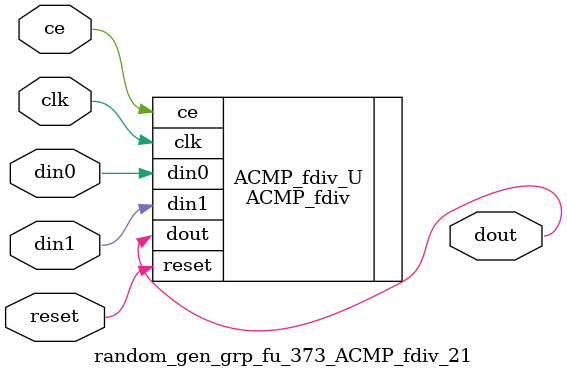
<source format=v>

`timescale 1 ns / 1 ps
module random_gen_grp_fu_373_ACMP_fdiv_21(
    clk,
    reset,
    ce,
    din0,
    din1,
    dout);

parameter ID = 32'd1;
parameter NUM_STAGE = 32'd1;
parameter din0_WIDTH = 32'd1;
parameter din1_WIDTH = 32'd1;
parameter dout_WIDTH = 32'd1;
input clk;
input reset;
input ce;
input[din0_WIDTH - 1:0] din0;
input[din1_WIDTH - 1:0] din1;
output[dout_WIDTH - 1:0] dout;



ACMP_fdiv #(
.ID( ID ),
.NUM_STAGE( 12 ),
.din0_WIDTH( din0_WIDTH ),
.din1_WIDTH( din1_WIDTH ),
.dout_WIDTH( dout_WIDTH ))
ACMP_fdiv_U(
    .clk( clk ),
    .reset( reset ),
    .ce( ce ),
    .din0( din0 ),
    .din1( din1 ),
    .dout( dout ));

endmodule

</source>
